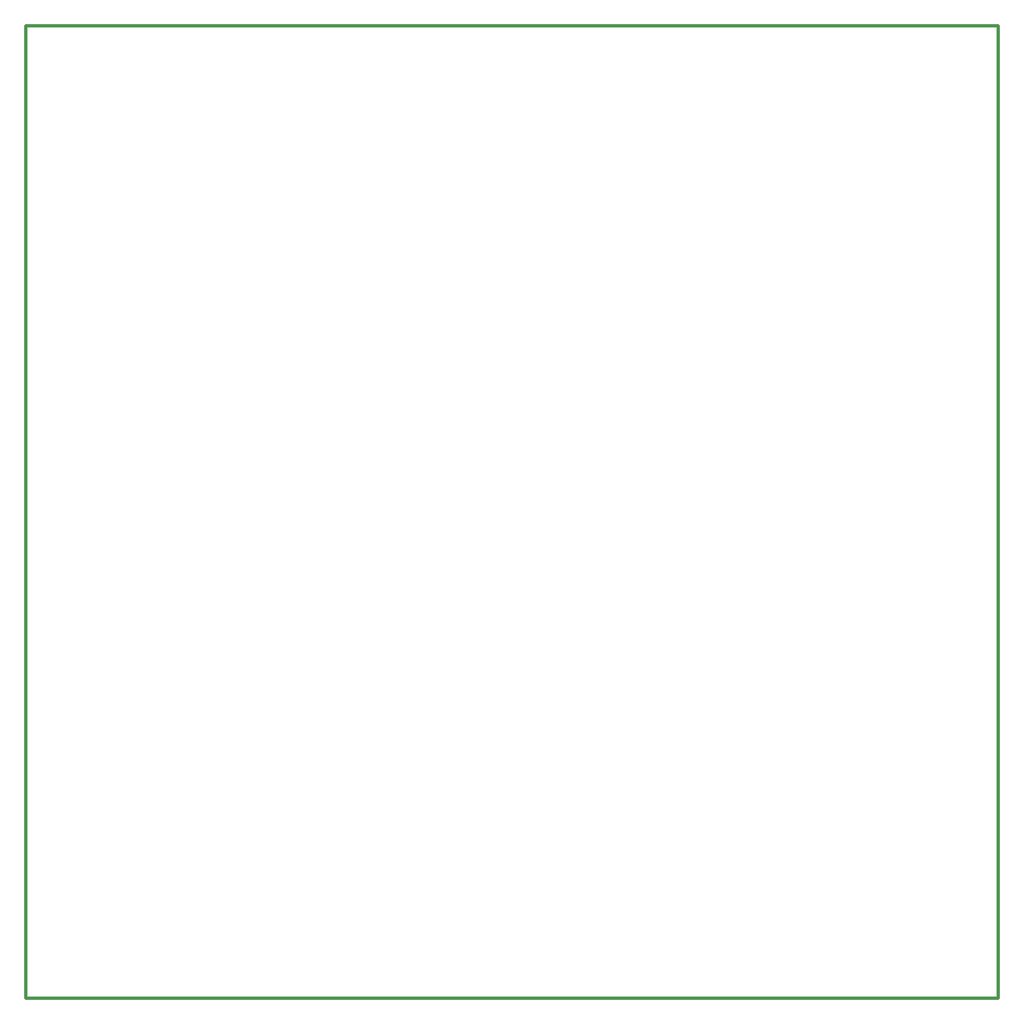
<source format=gko>
G04*
G04 #@! TF.GenerationSoftware,Altium Limited,Altium Designer,23.5.1 (21)*
G04*
G04 Layer_Color=16711935*
%FSLAX44Y44*%
%MOMM*%
G71*
G04*
G04 #@! TF.SameCoordinates,94069164-061E-4E51-8288-264057568BAF*
G04*
G04*
G04 #@! TF.FilePolarity,Positive*
G04*
G01*
G75*
%ADD110C,0.5000*%
D110*
X0Y1500000D02*
X1500000D01*
Y0D02*
Y1500000D01*
X0Y0D02*
X1500000D01*
X0D02*
Y1500000D01*
M02*

</source>
